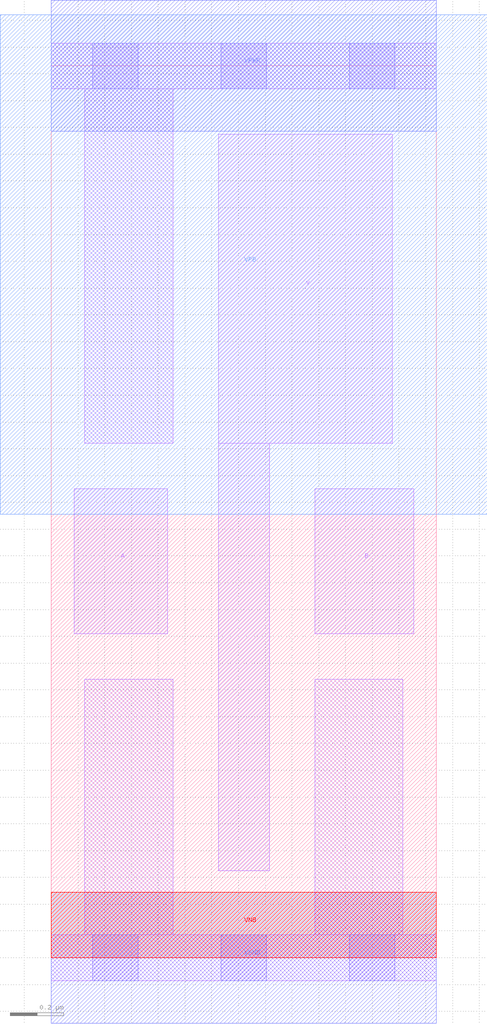
<source format=lef>
# Copyright 2020 The SkyWater PDK Authors
#
# Licensed under the Apache License, Version 2.0 (the "License");
# you may not use this file except in compliance with the License.
# You may obtain a copy of the License at
#
#     https://www.apache.org/licenses/LICENSE-2.0
#
# Unless required by applicable law or agreed to in writing, software
# distributed under the License is distributed on an "AS IS" BASIS,
# WITHOUT WARRANTIES OR CONDITIONS OF ANY KIND, either express or implied.
# See the License for the specific language governing permissions and
# limitations under the License.
#
# SPDX-License-Identifier: Apache-2.0

VERSION 5.7 ;
  NOWIREEXTENSIONATPIN ON ;
  DIVIDERCHAR "/" ;
  BUSBITCHARS "[]" ;
MACRO sky130_fd_sc_lp__nor2_1
  CLASS CORE ;
  FOREIGN sky130_fd_sc_lp__nor2_1 ;
  ORIGIN  0.000000  0.000000 ;
  SIZE  1.440000 BY  3.330000 ;
  SYMMETRY X Y R90 ;
  SITE unit ;
  PIN A
    ANTENNAGATEAREA  0.315000 ;
    DIRECTION INPUT ;
    USE SIGNAL ;
    PORT
      LAYER li1 ;
        RECT 0.085000 1.210000 0.435000 1.750000 ;
    END
  END A
  PIN B
    ANTENNAGATEAREA  0.315000 ;
    DIRECTION INPUT ;
    USE SIGNAL ;
    PORT
      LAYER li1 ;
        RECT 0.985000 1.210000 1.355000 1.750000 ;
    END
  END B
  PIN Y
    ANTENNADIFFAREA  0.569100 ;
    DIRECTION OUTPUT ;
    USE SIGNAL ;
    PORT
      LAYER li1 ;
        RECT 0.625000 0.325000 0.815000 1.920000 ;
        RECT 0.625000 1.920000 1.275000 3.075000 ;
    END
  END Y
  PIN VGND
    DIRECTION INOUT ;
    USE GROUND ;
    PORT
      LAYER met1 ;
        RECT 0.000000 -0.245000 1.440000 0.245000 ;
    END
  END VGND
  PIN VNB
    DIRECTION INOUT ;
    USE GROUND ;
    PORT
      LAYER pwell ;
        RECT 0.000000 0.000000 1.440000 0.245000 ;
    END
  END VNB
  PIN VPB
    DIRECTION INOUT ;
    USE POWER ;
    PORT
      LAYER nwell ;
        RECT -0.190000 1.655000 1.630000 3.520000 ;
    END
  END VPB
  PIN VPWR
    DIRECTION INOUT ;
    USE POWER ;
    PORT
      LAYER met1 ;
        RECT 0.000000 3.085000 1.440000 3.575000 ;
    END
  END VPWR
  OBS
    LAYER li1 ;
      RECT 0.000000 -0.085000 1.440000 0.085000 ;
      RECT 0.000000  3.245000 1.440000 3.415000 ;
      RECT 0.125000  0.085000 0.455000 1.040000 ;
      RECT 0.125000  1.920000 0.455000 3.245000 ;
      RECT 0.985000  0.085000 1.315000 1.040000 ;
    LAYER mcon ;
      RECT 0.155000 -0.085000 0.325000 0.085000 ;
      RECT 0.155000  3.245000 0.325000 3.415000 ;
      RECT 0.635000 -0.085000 0.805000 0.085000 ;
      RECT 0.635000  3.245000 0.805000 3.415000 ;
      RECT 1.115000 -0.085000 1.285000 0.085000 ;
      RECT 1.115000  3.245000 1.285000 3.415000 ;
  END
END sky130_fd_sc_lp__nor2_1
END LIBRARY

</source>
